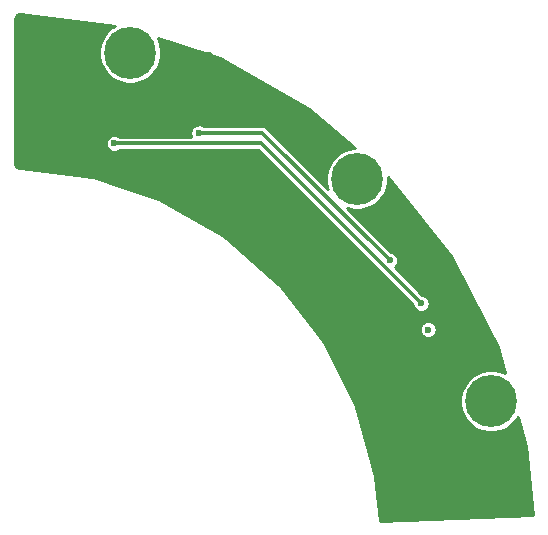
<source format=gbr>
G04 #@! TF.GenerationSoftware,KiCad,Pcbnew,(2018-01-25 revision 89a5a84af)-makepkg*
G04 #@! TF.CreationDate,2018-02-28T21:11:33+00:00*
G04 #@! TF.ProjectId,WolfDrive_encoder_renishaw_adapter,576F6C6644726976655F656E636F6465,rev?*
G04 #@! TF.SameCoordinates,Original*
G04 #@! TF.FileFunction,Copper,L2,Bot,Signal*
G04 #@! TF.FilePolarity,Positive*
%FSLAX46Y46*%
G04 Gerber Fmt 4.6, Leading zero omitted, Abs format (unit mm)*
G04 Created by KiCad (PCBNEW (2018-01-25 revision 89a5a84af)-makepkg) date Wed Feb 28 21:11:33 2018*
%MOMM*%
%LPD*%
G01*
G04 APERTURE LIST*
%ADD10C,4.400000*%
%ADD11C,0.600000*%
%ADD12C,0.300000*%
%ADD13C,0.254000*%
G04 APERTURE END LIST*
D10*
X29522981Y30571942D03*
D11*
X31172981Y30571942D03*
X30689707Y29405216D03*
X29522981Y28921942D03*
X28356255Y29405216D03*
X27872981Y30571942D03*
X28356255Y31738668D03*
X29522981Y32221942D03*
X30689707Y31738668D03*
D10*
X10281681Y41237568D03*
X40853622Y11714588D03*
D11*
X41000000Y4000000D03*
X39000000Y4000000D03*
X37000000Y4000000D03*
X35000000Y4000000D03*
X25500000Y31500000D03*
X22000000Y30250000D03*
X22750000Y28750000D03*
X29000000Y14000000D03*
X23000000Y24000000D03*
X25000000Y22000000D03*
X27000000Y20000000D03*
X29000000Y18000000D03*
X25000000Y34000000D03*
X25000000Y36000000D03*
X35000000Y2000000D03*
X37000000Y2000000D03*
X39000000Y2000000D03*
X41000000Y2000000D03*
X43000000Y8000000D03*
X35000000Y14000000D03*
X39000000Y14000000D03*
X37000000Y14000000D03*
X39000000Y16000000D03*
X41000000Y16000000D03*
X39000000Y20000000D03*
X37000000Y24000000D03*
X33000000Y28000000D03*
X33000000Y20000000D03*
X31000000Y22000000D03*
X29000000Y24000000D03*
X27000000Y26000000D03*
X27000000Y32000000D03*
X27000000Y34000000D03*
X31000000Y6000000D03*
X31000000Y8000000D03*
X30000000Y11250000D03*
X29000000Y16000000D03*
X27000000Y18000000D03*
X25000000Y20000000D03*
X23000000Y22000000D03*
X19000000Y26000000D03*
X21000000Y24000000D03*
X15000000Y41000000D03*
X17000000Y41000000D03*
X17000000Y39000000D03*
X11000000Y37000000D03*
X9000000Y37000000D03*
X21000000Y38000000D03*
X21000000Y36000000D03*
X19000000Y36000000D03*
X15000000Y28000000D03*
X17000000Y28000000D03*
X19000000Y32000000D03*
X17000000Y32000000D03*
X17000000Y30000000D03*
X11000000Y30000000D03*
X11000000Y32000000D03*
X9000000Y32000000D03*
X7000000Y32000000D03*
X5000000Y32000000D03*
X3000000Y32000000D03*
X1000000Y32000000D03*
X7000000Y43000000D03*
X5000000Y43000000D03*
X3000000Y43000000D03*
X1000000Y43000000D03*
X34933350Y20000000D03*
X8950000Y33549996D03*
X35517948Y17780000D03*
X32271396Y23651904D03*
X16122156Y34450000D03*
D12*
X21383354Y33549996D02*
X9515685Y33549996D01*
X9515685Y33549996D02*
X8950000Y33549996D01*
X34933350Y20000000D02*
X21383354Y33549996D01*
X16122156Y34450000D02*
X21473300Y34450000D01*
X21473300Y34450000D02*
X32271396Y23651904D01*
D13*
G36*
X8970084Y43520653D02*
X8607066Y43278092D01*
X8241157Y42912183D01*
X7953664Y42481919D01*
X7755635Y42003836D01*
X7654681Y41496305D01*
X7654681Y40978831D01*
X7755635Y40471300D01*
X7953664Y39993217D01*
X8241157Y39562953D01*
X8607066Y39197044D01*
X9037330Y38909551D01*
X9515413Y38711522D01*
X10022944Y38610568D01*
X10540418Y38610568D01*
X11047949Y38711522D01*
X11526032Y38909551D01*
X11956296Y39197044D01*
X12322205Y39562953D01*
X12609698Y39993217D01*
X12807727Y40471300D01*
X12908681Y40978831D01*
X12908681Y41496305D01*
X12807727Y42003836D01*
X12616748Y42464898D01*
X17886534Y40742234D01*
X25459429Y36492125D01*
X29314939Y33198942D01*
X29264244Y33198942D01*
X28756713Y33097988D01*
X28278630Y32899959D01*
X27848366Y32612466D01*
X27482457Y32246557D01*
X27194964Y31816293D01*
X26996935Y31338210D01*
X26895981Y30830679D01*
X26895981Y30313205D01*
X26996935Y29805674D01*
X27041701Y29697599D01*
X21903560Y34835740D01*
X21887545Y34855659D01*
X21863283Y34876017D01*
X21861172Y34878128D01*
X21841950Y34893917D01*
X21800863Y34928393D01*
X21798190Y34929862D01*
X21795835Y34931797D01*
X21748680Y34957081D01*
X21701704Y34982906D01*
X21698793Y34983829D01*
X21696110Y34985268D01*
X21644981Y35000900D01*
X21593845Y35017121D01*
X21590916Y35017429D01*
X21587900Y35018351D01*
X21475323Y35029787D01*
X21445840Y35027000D01*
X16567181Y35027000D01*
X16466520Y35094259D01*
X16334214Y35149062D01*
X16193759Y35177000D01*
X16050553Y35177000D01*
X15910098Y35149062D01*
X15777792Y35094259D01*
X15658720Y35014698D01*
X15557458Y34913436D01*
X15477897Y34794364D01*
X15423094Y34662058D01*
X15395156Y34521603D01*
X15395156Y34378397D01*
X15423094Y34237942D01*
X15469049Y34126996D01*
X9395025Y34126996D01*
X9294364Y34194255D01*
X9162058Y34249058D01*
X9021603Y34276996D01*
X8878397Y34276996D01*
X8737942Y34249058D01*
X8605636Y34194255D01*
X8486564Y34114694D01*
X8385302Y34013432D01*
X8305741Y33894360D01*
X8250938Y33762054D01*
X8223000Y33621599D01*
X8223000Y33478393D01*
X8250938Y33337938D01*
X8305741Y33205632D01*
X8385302Y33086560D01*
X8486564Y32985298D01*
X8605636Y32905737D01*
X8737942Y32850934D01*
X8878397Y32822996D01*
X9021603Y32822996D01*
X9162058Y32850934D01*
X9294364Y32905737D01*
X9395025Y32972996D01*
X21144353Y32972996D01*
X34210670Y19906679D01*
X34234288Y19787942D01*
X34289091Y19655636D01*
X34368652Y19536564D01*
X34469914Y19435302D01*
X34588986Y19355741D01*
X34721292Y19300938D01*
X34861747Y19273000D01*
X35004953Y19273000D01*
X35145408Y19300938D01*
X35277714Y19355741D01*
X35396786Y19435302D01*
X35498048Y19536564D01*
X35577609Y19655636D01*
X35632412Y19787942D01*
X35660350Y19928397D01*
X35660350Y20071603D01*
X35632412Y20212058D01*
X35577609Y20344364D01*
X35498048Y20463436D01*
X35396786Y20564698D01*
X35277714Y20644259D01*
X35145408Y20699062D01*
X35026672Y20722680D01*
X32691260Y23058092D01*
X32734832Y23087206D01*
X32836094Y23188468D01*
X32915655Y23307540D01*
X32970458Y23439846D01*
X32998396Y23580301D01*
X32998396Y23723507D01*
X32970458Y23863962D01*
X32915655Y23996268D01*
X32836094Y24115340D01*
X32734832Y24216602D01*
X32615760Y24296163D01*
X32483454Y24350966D01*
X32364717Y24374584D01*
X28648639Y28090662D01*
X28756713Y28045896D01*
X29264244Y27944942D01*
X29781718Y27944942D01*
X30289249Y28045896D01*
X30767332Y28243925D01*
X31197596Y28531418D01*
X31563505Y28897327D01*
X31850998Y29327591D01*
X32049027Y29805674D01*
X32149981Y30313205D01*
X32149981Y30741368D01*
X37444480Y24036819D01*
X41400132Y16306035D01*
X42037676Y14067581D01*
X41619890Y14240634D01*
X41112359Y14341588D01*
X40594885Y14341588D01*
X40087354Y14240634D01*
X39609271Y14042605D01*
X39179007Y13755112D01*
X38813098Y13389203D01*
X38525605Y12958939D01*
X38327576Y12480856D01*
X38226622Y11973325D01*
X38226622Y11455851D01*
X38327576Y10948320D01*
X38525605Y10470237D01*
X38813098Y10039973D01*
X39179007Y9674064D01*
X39609271Y9386571D01*
X40087354Y9188542D01*
X40594885Y9087588D01*
X41112359Y9087588D01*
X41619890Y9188542D01*
X42097973Y9386571D01*
X42528237Y9674064D01*
X42894146Y10039973D01*
X43097931Y10344960D01*
X43780622Y7947994D01*
X44415663Y2053334D01*
X31432216Y1599943D01*
X31046133Y5333050D01*
X31038529Y5370407D01*
X31032565Y5408025D01*
X31030750Y5414795D01*
X29423160Y11247448D01*
X29406865Y11289878D01*
X29391131Y11332620D01*
X29388035Y11338909D01*
X26678160Y16748231D01*
X26653903Y16786736D01*
X26630197Y16825559D01*
X26625939Y16831127D01*
X25834114Y17851603D01*
X34790948Y17851603D01*
X34790948Y17708397D01*
X34818886Y17567942D01*
X34873689Y17435636D01*
X34953250Y17316564D01*
X35054512Y17215302D01*
X35173584Y17135741D01*
X35305890Y17080938D01*
X35446345Y17053000D01*
X35589551Y17053000D01*
X35730006Y17080938D01*
X35862312Y17135741D01*
X35981384Y17215302D01*
X36082646Y17316564D01*
X36162207Y17435636D01*
X36217010Y17567942D01*
X36244948Y17708397D01*
X36244948Y17851603D01*
X36217010Y17992058D01*
X36162207Y18124364D01*
X36082646Y18243436D01*
X35981384Y18344698D01*
X35862312Y18424259D01*
X35730006Y18479062D01*
X35589551Y18507000D01*
X35446345Y18507000D01*
X35305890Y18479062D01*
X35173584Y18424259D01*
X35054512Y18344698D01*
X34953250Y18243436D01*
X34873689Y18124364D01*
X34818886Y17992058D01*
X34790948Y17851603D01*
X25834114Y17851603D01*
X22916997Y21611079D01*
X22885755Y21644105D01*
X22854928Y21677619D01*
X22849670Y21682253D01*
X18282933Y25650767D01*
X18245839Y25677119D01*
X18209121Y25703983D01*
X18203063Y25707508D01*
X12952477Y28713425D01*
X12910992Y28732061D01*
X12869734Y28751292D01*
X12863107Y28753573D01*
X7128665Y30682399D01*
X7084363Y30692620D01*
X7040143Y30703473D01*
X7033199Y30704423D01*
X1033325Y31482689D01*
X1033314Y31482689D01*
X888597Y31501461D01*
X796919Y31532298D01*
X712977Y31580354D01*
X639966Y31643800D01*
X580676Y31720211D01*
X537352Y31806694D01*
X510836Y31902900D01*
X502000Y32005869D01*
X502000Y43964084D01*
X513846Y44084896D01*
X541802Y44177492D01*
X587210Y44262892D01*
X648342Y44337847D01*
X722867Y44399499D01*
X807948Y44445503D01*
X900347Y44474105D01*
X1003904Y44484990D01*
X8970084Y43520653D01*
X8970084Y43520653D01*
G37*
X8970084Y43520653D02*
X8607066Y43278092D01*
X8241157Y42912183D01*
X7953664Y42481919D01*
X7755635Y42003836D01*
X7654681Y41496305D01*
X7654681Y40978831D01*
X7755635Y40471300D01*
X7953664Y39993217D01*
X8241157Y39562953D01*
X8607066Y39197044D01*
X9037330Y38909551D01*
X9515413Y38711522D01*
X10022944Y38610568D01*
X10540418Y38610568D01*
X11047949Y38711522D01*
X11526032Y38909551D01*
X11956296Y39197044D01*
X12322205Y39562953D01*
X12609698Y39993217D01*
X12807727Y40471300D01*
X12908681Y40978831D01*
X12908681Y41496305D01*
X12807727Y42003836D01*
X12616748Y42464898D01*
X17886534Y40742234D01*
X25459429Y36492125D01*
X29314939Y33198942D01*
X29264244Y33198942D01*
X28756713Y33097988D01*
X28278630Y32899959D01*
X27848366Y32612466D01*
X27482457Y32246557D01*
X27194964Y31816293D01*
X26996935Y31338210D01*
X26895981Y30830679D01*
X26895981Y30313205D01*
X26996935Y29805674D01*
X27041701Y29697599D01*
X21903560Y34835740D01*
X21887545Y34855659D01*
X21863283Y34876017D01*
X21861172Y34878128D01*
X21841950Y34893917D01*
X21800863Y34928393D01*
X21798190Y34929862D01*
X21795835Y34931797D01*
X21748680Y34957081D01*
X21701704Y34982906D01*
X21698793Y34983829D01*
X21696110Y34985268D01*
X21644981Y35000900D01*
X21593845Y35017121D01*
X21590916Y35017429D01*
X21587900Y35018351D01*
X21475323Y35029787D01*
X21445840Y35027000D01*
X16567181Y35027000D01*
X16466520Y35094259D01*
X16334214Y35149062D01*
X16193759Y35177000D01*
X16050553Y35177000D01*
X15910098Y35149062D01*
X15777792Y35094259D01*
X15658720Y35014698D01*
X15557458Y34913436D01*
X15477897Y34794364D01*
X15423094Y34662058D01*
X15395156Y34521603D01*
X15395156Y34378397D01*
X15423094Y34237942D01*
X15469049Y34126996D01*
X9395025Y34126996D01*
X9294364Y34194255D01*
X9162058Y34249058D01*
X9021603Y34276996D01*
X8878397Y34276996D01*
X8737942Y34249058D01*
X8605636Y34194255D01*
X8486564Y34114694D01*
X8385302Y34013432D01*
X8305741Y33894360D01*
X8250938Y33762054D01*
X8223000Y33621599D01*
X8223000Y33478393D01*
X8250938Y33337938D01*
X8305741Y33205632D01*
X8385302Y33086560D01*
X8486564Y32985298D01*
X8605636Y32905737D01*
X8737942Y32850934D01*
X8878397Y32822996D01*
X9021603Y32822996D01*
X9162058Y32850934D01*
X9294364Y32905737D01*
X9395025Y32972996D01*
X21144353Y32972996D01*
X34210670Y19906679D01*
X34234288Y19787942D01*
X34289091Y19655636D01*
X34368652Y19536564D01*
X34469914Y19435302D01*
X34588986Y19355741D01*
X34721292Y19300938D01*
X34861747Y19273000D01*
X35004953Y19273000D01*
X35145408Y19300938D01*
X35277714Y19355741D01*
X35396786Y19435302D01*
X35498048Y19536564D01*
X35577609Y19655636D01*
X35632412Y19787942D01*
X35660350Y19928397D01*
X35660350Y20071603D01*
X35632412Y20212058D01*
X35577609Y20344364D01*
X35498048Y20463436D01*
X35396786Y20564698D01*
X35277714Y20644259D01*
X35145408Y20699062D01*
X35026672Y20722680D01*
X32691260Y23058092D01*
X32734832Y23087206D01*
X32836094Y23188468D01*
X32915655Y23307540D01*
X32970458Y23439846D01*
X32998396Y23580301D01*
X32998396Y23723507D01*
X32970458Y23863962D01*
X32915655Y23996268D01*
X32836094Y24115340D01*
X32734832Y24216602D01*
X32615760Y24296163D01*
X32483454Y24350966D01*
X32364717Y24374584D01*
X28648639Y28090662D01*
X28756713Y28045896D01*
X29264244Y27944942D01*
X29781718Y27944942D01*
X30289249Y28045896D01*
X30767332Y28243925D01*
X31197596Y28531418D01*
X31563505Y28897327D01*
X31850998Y29327591D01*
X32049027Y29805674D01*
X32149981Y30313205D01*
X32149981Y30741368D01*
X37444480Y24036819D01*
X41400132Y16306035D01*
X42037676Y14067581D01*
X41619890Y14240634D01*
X41112359Y14341588D01*
X40594885Y14341588D01*
X40087354Y14240634D01*
X39609271Y14042605D01*
X39179007Y13755112D01*
X38813098Y13389203D01*
X38525605Y12958939D01*
X38327576Y12480856D01*
X38226622Y11973325D01*
X38226622Y11455851D01*
X38327576Y10948320D01*
X38525605Y10470237D01*
X38813098Y10039973D01*
X39179007Y9674064D01*
X39609271Y9386571D01*
X40087354Y9188542D01*
X40594885Y9087588D01*
X41112359Y9087588D01*
X41619890Y9188542D01*
X42097973Y9386571D01*
X42528237Y9674064D01*
X42894146Y10039973D01*
X43097931Y10344960D01*
X43780622Y7947994D01*
X44415663Y2053334D01*
X31432216Y1599943D01*
X31046133Y5333050D01*
X31038529Y5370407D01*
X31032565Y5408025D01*
X31030750Y5414795D01*
X29423160Y11247448D01*
X29406865Y11289878D01*
X29391131Y11332620D01*
X29388035Y11338909D01*
X26678160Y16748231D01*
X26653903Y16786736D01*
X26630197Y16825559D01*
X26625939Y16831127D01*
X25834114Y17851603D01*
X34790948Y17851603D01*
X34790948Y17708397D01*
X34818886Y17567942D01*
X34873689Y17435636D01*
X34953250Y17316564D01*
X35054512Y17215302D01*
X35173584Y17135741D01*
X35305890Y17080938D01*
X35446345Y17053000D01*
X35589551Y17053000D01*
X35730006Y17080938D01*
X35862312Y17135741D01*
X35981384Y17215302D01*
X36082646Y17316564D01*
X36162207Y17435636D01*
X36217010Y17567942D01*
X36244948Y17708397D01*
X36244948Y17851603D01*
X36217010Y17992058D01*
X36162207Y18124364D01*
X36082646Y18243436D01*
X35981384Y18344698D01*
X35862312Y18424259D01*
X35730006Y18479062D01*
X35589551Y18507000D01*
X35446345Y18507000D01*
X35305890Y18479062D01*
X35173584Y18424259D01*
X35054512Y18344698D01*
X34953250Y18243436D01*
X34873689Y18124364D01*
X34818886Y17992058D01*
X34790948Y17851603D01*
X25834114Y17851603D01*
X22916997Y21611079D01*
X22885755Y21644105D01*
X22854928Y21677619D01*
X22849670Y21682253D01*
X18282933Y25650767D01*
X18245839Y25677119D01*
X18209121Y25703983D01*
X18203063Y25707508D01*
X12952477Y28713425D01*
X12910992Y28732061D01*
X12869734Y28751292D01*
X12863107Y28753573D01*
X7128665Y30682399D01*
X7084363Y30692620D01*
X7040143Y30703473D01*
X7033199Y30704423D01*
X1033325Y31482689D01*
X1033314Y31482689D01*
X888597Y31501461D01*
X796919Y31532298D01*
X712977Y31580354D01*
X639966Y31643800D01*
X580676Y31720211D01*
X537352Y31806694D01*
X510836Y31902900D01*
X502000Y32005869D01*
X502000Y43964084D01*
X513846Y44084896D01*
X541802Y44177492D01*
X587210Y44262892D01*
X648342Y44337847D01*
X722867Y44399499D01*
X807948Y44445503D01*
X900347Y44474105D01*
X1003904Y44484990D01*
X8970084Y43520653D01*
M02*

</source>
